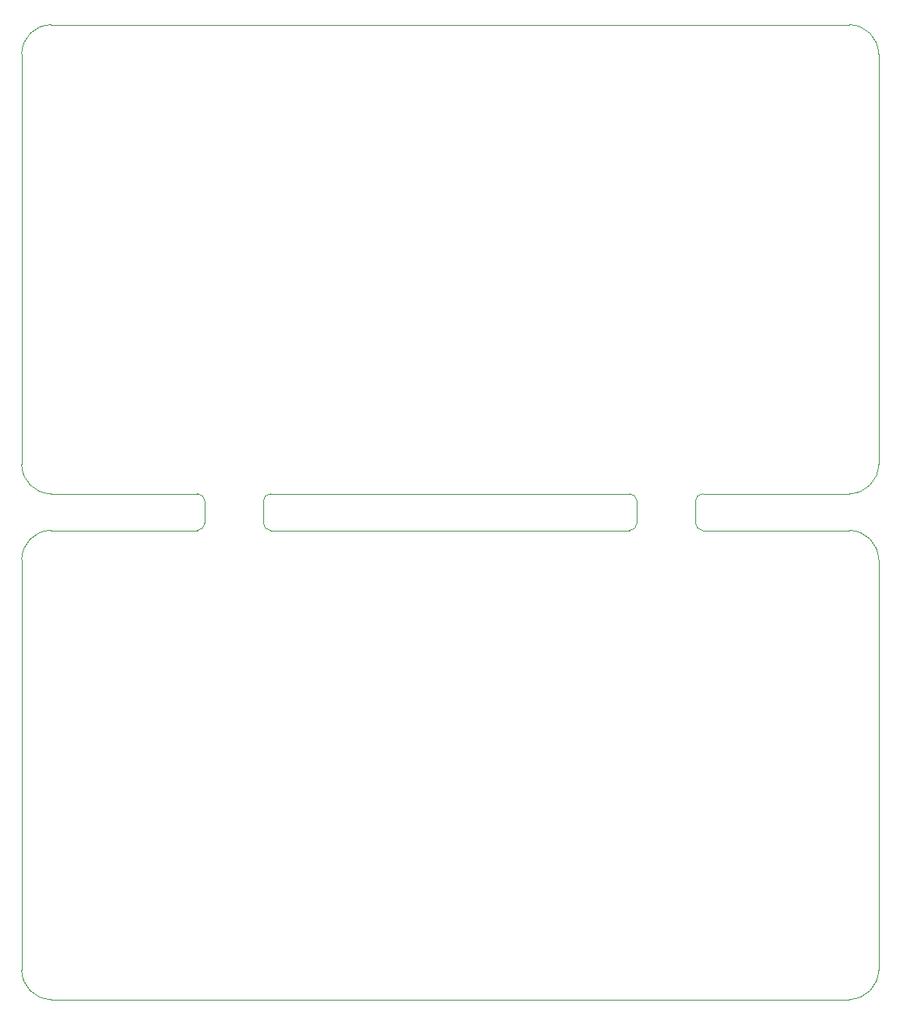
<source format=gm1>
G04 #@! TF.GenerationSoftware,KiCad,Pcbnew,(5.1.4)-1*
G04 #@! TF.CreationDate,2020-07-31T11:22:47-07:00*
G04 #@! TF.ProjectId,basic_macropad,62617369-635f-46d6-9163-726f7061642e,rev?*
G04 #@! TF.SameCoordinates,Original*
G04 #@! TF.FileFunction,Profile,NP*
%FSLAX46Y46*%
G04 Gerber Fmt 4.6, Leading zero omitted, Abs format (unit mm)*
G04 Created by KiCad (PCBNEW (5.1.4)-1) date 2020-07-31 11:22:47*
%MOMM*%
%LPD*%
G04 APERTURE LIST*
%ADD10C,0.050000*%
G04 APERTURE END LIST*
D10*
X161925000Y-115093750D02*
X146050000Y-115093750D01*
X216693750Y-115093750D02*
X232568750Y-115093750D01*
X169862500Y-115093750D02*
X208756250Y-115093750D01*
X216693750Y-119062500D02*
X232568750Y-119062500D01*
X169862500Y-119062500D02*
X208756250Y-119062500D01*
X146050000Y-119062500D02*
X161925000Y-119062500D01*
X215900000Y-115887500D02*
X215900000Y-118268750D01*
X209550000Y-115887500D02*
X209550000Y-118268750D01*
X162718750Y-115887500D02*
X162718750Y-118268750D01*
X169068750Y-115887500D02*
X169068750Y-118268750D01*
X215900000Y-115887500D02*
G75*
G02X216693750Y-115093750I793750J0D01*
G01*
X208756250Y-115093750D02*
G75*
G02X209550000Y-115887500I0J-793750D01*
G01*
X209550000Y-118268750D02*
G75*
G02X208756250Y-119062500I-793750J0D01*
G01*
X216693750Y-119062500D02*
G75*
G02X215900000Y-118268750I0J793750D01*
G01*
X161925000Y-115093750D02*
G75*
G02X162718750Y-115887500I0J-793750D01*
G01*
X169068750Y-115887500D02*
G75*
G02X169862500Y-115093750I793750J0D01*
G01*
X162718750Y-118268750D02*
G75*
G02X161925000Y-119062500I-793750J0D01*
G01*
X169862500Y-119062500D02*
G75*
G02X169068750Y-118268750I0J793750D01*
G01*
X142875000Y-122237500D02*
X142875000Y-166687500D01*
X146050000Y-169862500D02*
G75*
G02X142875000Y-166687500I0J3175000D01*
G01*
X232568750Y-119062500D02*
G75*
G02X235743750Y-122237500I0J-3175000D01*
G01*
X235743750Y-166687500D02*
G75*
G02X232568750Y-169862500I-3175000J0D01*
G01*
X142875000Y-122237500D02*
G75*
G02X146050000Y-119062500I3175000J0D01*
G01*
X235743750Y-166687500D02*
X235743750Y-122237500D01*
X146050000Y-169862500D02*
X232568750Y-169862500D01*
X235743750Y-111918750D02*
X235743750Y-67468750D01*
X232568750Y-64293750D02*
X146050000Y-64293750D01*
X142875000Y-67468750D02*
X142875000Y-111918750D01*
X142875000Y-67468750D02*
G75*
G02X146050000Y-64293750I3175000J0D01*
G01*
X146050000Y-115093750D02*
G75*
G02X142875000Y-111918750I0J3175000D01*
G01*
X235743750Y-111918750D02*
G75*
G02X232568750Y-115093750I-3175000J0D01*
G01*
X232568750Y-64293750D02*
G75*
G02X235743750Y-67468750I0J-3175000D01*
G01*
M02*

</source>
